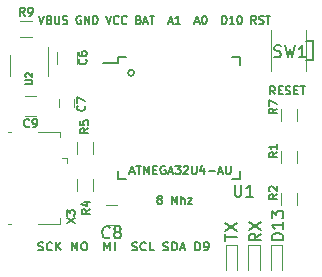
<source format=gbr>
G04 #@! TF.FileFunction,Legend,Top*
%FSLAX46Y46*%
G04 Gerber Fmt 4.6, Leading zero omitted, Abs format (unit mm)*
G04 Created by KiCad (PCBNEW 4.0.7) date 08/21/18 22:00:11*
%MOMM*%
%LPD*%
G01*
G04 APERTURE LIST*
%ADD10C,0.100000*%
%ADD11C,0.168750*%
%ADD12C,0.200000*%
%ADD13C,0.175000*%
%ADD14C,0.120000*%
%ADD15C,0.150000*%
G04 APERTURE END LIST*
D10*
D11*
X144971286Y-89151667D02*
X145196286Y-89851667D01*
X145421286Y-89151667D01*
X145871285Y-89485000D02*
X145967714Y-89518333D01*
X145999857Y-89551667D01*
X146032000Y-89618333D01*
X146032000Y-89718333D01*
X145999857Y-89785000D01*
X145967714Y-89818333D01*
X145903428Y-89851667D01*
X145646285Y-89851667D01*
X145646285Y-89151667D01*
X145871285Y-89151667D01*
X145935571Y-89185000D01*
X145967714Y-89218333D01*
X145999857Y-89285000D01*
X145999857Y-89351667D01*
X145967714Y-89418333D01*
X145935571Y-89451667D01*
X145871285Y-89485000D01*
X145646285Y-89485000D01*
X146321285Y-89151667D02*
X146321285Y-89718333D01*
X146353428Y-89785000D01*
X146385571Y-89818333D01*
X146449857Y-89851667D01*
X146578428Y-89851667D01*
X146642714Y-89818333D01*
X146674857Y-89785000D01*
X146707000Y-89718333D01*
X146707000Y-89151667D01*
X146996285Y-89818333D02*
X147092714Y-89851667D01*
X147253428Y-89851667D01*
X147317714Y-89818333D01*
X147349857Y-89785000D01*
X147382000Y-89718333D01*
X147382000Y-89651667D01*
X147349857Y-89585000D01*
X147317714Y-89551667D01*
X147253428Y-89518333D01*
X147124857Y-89485000D01*
X147060571Y-89451667D01*
X147028428Y-89418333D01*
X146996285Y-89351667D01*
X146996285Y-89285000D01*
X147028428Y-89218333D01*
X147060571Y-89185000D01*
X147124857Y-89151667D01*
X147285571Y-89151667D01*
X147382000Y-89185000D01*
X148539143Y-89185000D02*
X148474857Y-89151667D01*
X148378428Y-89151667D01*
X148282000Y-89185000D01*
X148217714Y-89251667D01*
X148185571Y-89318333D01*
X148153428Y-89451667D01*
X148153428Y-89551667D01*
X148185571Y-89685000D01*
X148217714Y-89751667D01*
X148282000Y-89818333D01*
X148378428Y-89851667D01*
X148442714Y-89851667D01*
X148539143Y-89818333D01*
X148571286Y-89785000D01*
X148571286Y-89551667D01*
X148442714Y-89551667D01*
X148860571Y-89851667D02*
X148860571Y-89151667D01*
X149246286Y-89851667D01*
X149246286Y-89151667D01*
X149567714Y-89851667D02*
X149567714Y-89151667D01*
X149728429Y-89151667D01*
X149824857Y-89185000D01*
X149889143Y-89251667D01*
X149921286Y-89318333D01*
X149953429Y-89451667D01*
X149953429Y-89551667D01*
X149921286Y-89685000D01*
X149889143Y-89751667D01*
X149824857Y-89818333D01*
X149728429Y-89851667D01*
X149567714Y-89851667D01*
X150660572Y-89151667D02*
X150885572Y-89851667D01*
X151110572Y-89151667D01*
X151721286Y-89785000D02*
X151689143Y-89818333D01*
X151592714Y-89851667D01*
X151528428Y-89851667D01*
X151432000Y-89818333D01*
X151367714Y-89751667D01*
X151335571Y-89685000D01*
X151303428Y-89551667D01*
X151303428Y-89451667D01*
X151335571Y-89318333D01*
X151367714Y-89251667D01*
X151432000Y-89185000D01*
X151528428Y-89151667D01*
X151592714Y-89151667D01*
X151689143Y-89185000D01*
X151721286Y-89218333D01*
X152396286Y-89785000D02*
X152364143Y-89818333D01*
X152267714Y-89851667D01*
X152203428Y-89851667D01*
X152107000Y-89818333D01*
X152042714Y-89751667D01*
X152010571Y-89685000D01*
X151978428Y-89551667D01*
X151978428Y-89451667D01*
X152010571Y-89318333D01*
X152042714Y-89251667D01*
X152107000Y-89185000D01*
X152203428Y-89151667D01*
X152267714Y-89151667D01*
X152364143Y-89185000D01*
X152396286Y-89218333D01*
X153424857Y-89485000D02*
X153521286Y-89518333D01*
X153553429Y-89551667D01*
X153585572Y-89618333D01*
X153585572Y-89718333D01*
X153553429Y-89785000D01*
X153521286Y-89818333D01*
X153457000Y-89851667D01*
X153199857Y-89851667D01*
X153199857Y-89151667D01*
X153424857Y-89151667D01*
X153489143Y-89185000D01*
X153521286Y-89218333D01*
X153553429Y-89285000D01*
X153553429Y-89351667D01*
X153521286Y-89418333D01*
X153489143Y-89451667D01*
X153424857Y-89485000D01*
X153199857Y-89485000D01*
X153842714Y-89651667D02*
X154164143Y-89651667D01*
X153778429Y-89851667D02*
X154003429Y-89151667D01*
X154228429Y-89851667D01*
X154357000Y-89151667D02*
X154742714Y-89151667D01*
X154549857Y-89851667D02*
X154549857Y-89151667D01*
X155964143Y-89651667D02*
X156285572Y-89651667D01*
X155899858Y-89851667D02*
X156124858Y-89151667D01*
X156349858Y-89851667D01*
X156928429Y-89851667D02*
X156542714Y-89851667D01*
X156735572Y-89851667D02*
X156735572Y-89151667D01*
X156671286Y-89251667D01*
X156607000Y-89318333D01*
X156542714Y-89351667D01*
X158214143Y-89651667D02*
X158535572Y-89651667D01*
X158149858Y-89851667D02*
X158374858Y-89151667D01*
X158599858Y-89851667D01*
X158953429Y-89151667D02*
X159017714Y-89151667D01*
X159082000Y-89185000D01*
X159114143Y-89218333D01*
X159146286Y-89285000D01*
X159178429Y-89418333D01*
X159178429Y-89585000D01*
X159146286Y-89718333D01*
X159114143Y-89785000D01*
X159082000Y-89818333D01*
X159017714Y-89851667D01*
X158953429Y-89851667D01*
X158889143Y-89818333D01*
X158857000Y-89785000D01*
X158824857Y-89718333D01*
X158792714Y-89585000D01*
X158792714Y-89418333D01*
X158824857Y-89285000D01*
X158857000Y-89218333D01*
X158889143Y-89185000D01*
X158953429Y-89151667D01*
X160496286Y-89851667D02*
X160496286Y-89151667D01*
X160657001Y-89151667D01*
X160753429Y-89185000D01*
X160817715Y-89251667D01*
X160849858Y-89318333D01*
X160882001Y-89451667D01*
X160882001Y-89551667D01*
X160849858Y-89685000D01*
X160817715Y-89751667D01*
X160753429Y-89818333D01*
X160657001Y-89851667D01*
X160496286Y-89851667D01*
X161524858Y-89851667D02*
X161139143Y-89851667D01*
X161332001Y-89851667D02*
X161332001Y-89151667D01*
X161267715Y-89251667D01*
X161203429Y-89318333D01*
X161139143Y-89351667D01*
X161942715Y-89151667D02*
X162007000Y-89151667D01*
X162071286Y-89185000D01*
X162103429Y-89218333D01*
X162135572Y-89285000D01*
X162167715Y-89418333D01*
X162167715Y-89585000D01*
X162135572Y-89718333D01*
X162103429Y-89785000D01*
X162071286Y-89818333D01*
X162007000Y-89851667D01*
X161942715Y-89851667D01*
X161878429Y-89818333D01*
X161846286Y-89785000D01*
X161814143Y-89718333D01*
X161782000Y-89585000D01*
X161782000Y-89418333D01*
X161814143Y-89285000D01*
X161846286Y-89218333D01*
X161878429Y-89185000D01*
X161942715Y-89151667D01*
X163357001Y-89851667D02*
X163132001Y-89518333D01*
X162971286Y-89851667D02*
X162971286Y-89151667D01*
X163228429Y-89151667D01*
X163292715Y-89185000D01*
X163324858Y-89218333D01*
X163357001Y-89285000D01*
X163357001Y-89385000D01*
X163324858Y-89451667D01*
X163292715Y-89485000D01*
X163228429Y-89518333D01*
X162971286Y-89518333D01*
X163614143Y-89818333D02*
X163710572Y-89851667D01*
X163871286Y-89851667D01*
X163935572Y-89818333D01*
X163967715Y-89785000D01*
X163999858Y-89718333D01*
X163999858Y-89651667D01*
X163967715Y-89585000D01*
X163935572Y-89551667D01*
X163871286Y-89518333D01*
X163742715Y-89485000D01*
X163678429Y-89451667D01*
X163646286Y-89418333D01*
X163614143Y-89351667D01*
X163614143Y-89285000D01*
X163646286Y-89218333D01*
X163678429Y-89185000D01*
X163742715Y-89151667D01*
X163903429Y-89151667D01*
X163999858Y-89185000D01*
X164192715Y-89151667D02*
X164578429Y-89151667D01*
X164385572Y-89851667D02*
X164385572Y-89151667D01*
D12*
X153035000Y-93980000D02*
G75*
G03X153035000Y-93980000I-254000J0D01*
G01*
D13*
X144922857Y-108995333D02*
X145030000Y-109028667D01*
X145208571Y-109028667D01*
X145280000Y-108995333D01*
X145315714Y-108962000D01*
X145351429Y-108895333D01*
X145351429Y-108828667D01*
X145315714Y-108762000D01*
X145280000Y-108728667D01*
X145208571Y-108695333D01*
X145065714Y-108662000D01*
X144994286Y-108628667D01*
X144958571Y-108595333D01*
X144922857Y-108528667D01*
X144922857Y-108462000D01*
X144958571Y-108395333D01*
X144994286Y-108362000D01*
X145065714Y-108328667D01*
X145244286Y-108328667D01*
X145351429Y-108362000D01*
X146101429Y-108962000D02*
X146065715Y-108995333D01*
X145958572Y-109028667D01*
X145887143Y-109028667D01*
X145780000Y-108995333D01*
X145708572Y-108928667D01*
X145672857Y-108862000D01*
X145637143Y-108728667D01*
X145637143Y-108628667D01*
X145672857Y-108495333D01*
X145708572Y-108428667D01*
X145780000Y-108362000D01*
X145887143Y-108328667D01*
X145958572Y-108328667D01*
X146065715Y-108362000D01*
X146101429Y-108395333D01*
X146422857Y-109028667D02*
X146422857Y-108328667D01*
X146851429Y-109028667D02*
X146530000Y-108628667D01*
X146851429Y-108328667D02*
X146422857Y-108728667D01*
X147744286Y-109028667D02*
X147744286Y-108328667D01*
X147994286Y-108828667D01*
X148244286Y-108328667D01*
X148244286Y-109028667D01*
X148744287Y-108328667D02*
X148887144Y-108328667D01*
X148958572Y-108362000D01*
X149030001Y-108428667D01*
X149065715Y-108562000D01*
X149065715Y-108795333D01*
X149030001Y-108928667D01*
X148958572Y-108995333D01*
X148887144Y-109028667D01*
X148744287Y-109028667D01*
X148672858Y-108995333D01*
X148601429Y-108928667D01*
X148565715Y-108795333D01*
X148565715Y-108562000D01*
X148601429Y-108428667D01*
X148672858Y-108362000D01*
X148744287Y-108328667D01*
X150530001Y-109028667D02*
X150530001Y-108328667D01*
X150780001Y-108828667D01*
X151030001Y-108328667D01*
X151030001Y-109028667D01*
X151387144Y-109028667D02*
X151387144Y-108328667D01*
X152851431Y-108995333D02*
X152958574Y-109028667D01*
X153137145Y-109028667D01*
X153208574Y-108995333D01*
X153244288Y-108962000D01*
X153280003Y-108895333D01*
X153280003Y-108828667D01*
X153244288Y-108762000D01*
X153208574Y-108728667D01*
X153137145Y-108695333D01*
X152994288Y-108662000D01*
X152922860Y-108628667D01*
X152887145Y-108595333D01*
X152851431Y-108528667D01*
X152851431Y-108462000D01*
X152887145Y-108395333D01*
X152922860Y-108362000D01*
X152994288Y-108328667D01*
X153172860Y-108328667D01*
X153280003Y-108362000D01*
X154030003Y-108962000D02*
X153994289Y-108995333D01*
X153887146Y-109028667D01*
X153815717Y-109028667D01*
X153708574Y-108995333D01*
X153637146Y-108928667D01*
X153601431Y-108862000D01*
X153565717Y-108728667D01*
X153565717Y-108628667D01*
X153601431Y-108495333D01*
X153637146Y-108428667D01*
X153708574Y-108362000D01*
X153815717Y-108328667D01*
X153887146Y-108328667D01*
X153994289Y-108362000D01*
X154030003Y-108395333D01*
X154708574Y-109028667D02*
X154351431Y-109028667D01*
X154351431Y-108328667D01*
X155494289Y-108995333D02*
X155601432Y-109028667D01*
X155780003Y-109028667D01*
X155851432Y-108995333D01*
X155887146Y-108962000D01*
X155922861Y-108895333D01*
X155922861Y-108828667D01*
X155887146Y-108762000D01*
X155851432Y-108728667D01*
X155780003Y-108695333D01*
X155637146Y-108662000D01*
X155565718Y-108628667D01*
X155530003Y-108595333D01*
X155494289Y-108528667D01*
X155494289Y-108462000D01*
X155530003Y-108395333D01*
X155565718Y-108362000D01*
X155637146Y-108328667D01*
X155815718Y-108328667D01*
X155922861Y-108362000D01*
X156244289Y-109028667D02*
X156244289Y-108328667D01*
X156422861Y-108328667D01*
X156530004Y-108362000D01*
X156601432Y-108428667D01*
X156637147Y-108495333D01*
X156672861Y-108628667D01*
X156672861Y-108728667D01*
X156637147Y-108862000D01*
X156601432Y-108928667D01*
X156530004Y-108995333D01*
X156422861Y-109028667D01*
X156244289Y-109028667D01*
X156958575Y-108828667D02*
X157315718Y-108828667D01*
X156887147Y-109028667D02*
X157137147Y-108328667D01*
X157387147Y-109028667D01*
X158208575Y-109028667D02*
X158208575Y-108328667D01*
X158387147Y-108328667D01*
X158494290Y-108362000D01*
X158565718Y-108428667D01*
X158601433Y-108495333D01*
X158637147Y-108628667D01*
X158637147Y-108728667D01*
X158601433Y-108862000D01*
X158565718Y-108928667D01*
X158494290Y-108995333D01*
X158387147Y-109028667D01*
X158208575Y-109028667D01*
X158994290Y-109028667D02*
X159137147Y-109028667D01*
X159208575Y-108995333D01*
X159244290Y-108962000D01*
X159315718Y-108862000D01*
X159351433Y-108728667D01*
X159351433Y-108462000D01*
X159315718Y-108395333D01*
X159280004Y-108362000D01*
X159208575Y-108328667D01*
X159065718Y-108328667D01*
X158994290Y-108362000D01*
X158958575Y-108395333D01*
X158922861Y-108462000D01*
X158922861Y-108628667D01*
X158958575Y-108695333D01*
X158994290Y-108728667D01*
X159065718Y-108762000D01*
X159208575Y-108762000D01*
X159280004Y-108728667D01*
X159315718Y-108695333D01*
X159351433Y-108628667D01*
D14*
X161790000Y-108555000D02*
X160790000Y-108555000D01*
X160790000Y-108555000D02*
X160790000Y-110655000D01*
X161790000Y-108555000D02*
X161790000Y-110655000D01*
D15*
X168216000Y-91275000D02*
X167616000Y-91275000D01*
X168216000Y-92875000D02*
X167616000Y-92875000D01*
X168216000Y-92925000D02*
X168216000Y-91225000D01*
D14*
X167566000Y-90325000D02*
X167566000Y-93825000D01*
X164666000Y-90325000D02*
X164666000Y-93825000D01*
X148170000Y-93210000D02*
X148170000Y-92210000D01*
X146470000Y-92210000D02*
X146470000Y-93210000D01*
X147920000Y-96170000D02*
X147920000Y-96870000D01*
X146720000Y-96870000D02*
X146720000Y-96170000D01*
X150630000Y-106895000D02*
X151630000Y-106895000D01*
X151630000Y-105195000D02*
X150630000Y-105195000D01*
X143772000Y-97624000D02*
X144772000Y-97624000D01*
X144772000Y-95924000D02*
X143772000Y-95924000D01*
X163695000Y-108555000D02*
X162695000Y-108555000D01*
X162695000Y-108555000D02*
X162695000Y-110655000D01*
X163695000Y-108555000D02*
X163695000Y-110655000D01*
X165600000Y-108555000D02*
X164600000Y-108555000D01*
X164600000Y-108555000D02*
X164600000Y-110655000D01*
X165600000Y-108555000D02*
X165600000Y-110655000D01*
X165436000Y-101592000D02*
X165436000Y-100592000D01*
X166796000Y-100592000D02*
X166796000Y-101592000D01*
X165436000Y-105148000D02*
X165436000Y-104148000D01*
X166796000Y-104148000D02*
X166796000Y-105148000D01*
X148164000Y-104005000D02*
X148164000Y-103005000D01*
X149524000Y-103005000D02*
X149524000Y-104005000D01*
X148164000Y-100830000D02*
X148164000Y-99830000D01*
X149524000Y-99830000D02*
X149524000Y-100830000D01*
X166796000Y-97036000D02*
X166796000Y-98036000D01*
X165436000Y-98036000D02*
X165436000Y-97036000D01*
X144391000Y-90977000D02*
X143391000Y-90977000D01*
X143391000Y-89617000D02*
X144391000Y-89617000D01*
D15*
X151670000Y-92615000D02*
X151670000Y-93190000D01*
X162020000Y-92615000D02*
X162020000Y-93290000D01*
X162020000Y-102965000D02*
X162020000Y-102290000D01*
X151670000Y-102965000D02*
X151670000Y-102290000D01*
X151670000Y-92615000D02*
X152345000Y-92615000D01*
X151670000Y-102965000D02*
X152345000Y-102965000D01*
X162020000Y-102965000D02*
X161345000Y-102965000D01*
X162020000Y-92615000D02*
X161345000Y-92615000D01*
X151670000Y-93190000D02*
X150395000Y-93190000D01*
D14*
X142535000Y-92445000D02*
X142535000Y-94245000D01*
X145755000Y-94245000D02*
X145755000Y-91795000D01*
X146795000Y-98970000D02*
X146795000Y-99420000D01*
X144945000Y-98970000D02*
X146795000Y-98970000D01*
X142395000Y-106770000D02*
X142645000Y-106770000D01*
X142395000Y-98970000D02*
X142645000Y-98970000D01*
X144945000Y-106770000D02*
X146795000Y-106770000D01*
X146795000Y-106770000D02*
X146795000Y-106320000D01*
X147345000Y-101170000D02*
X147345000Y-101620000D01*
X147345000Y-101170000D02*
X146895000Y-101170000D01*
D15*
X160742381Y-108203905D02*
X160742381Y-107632476D01*
X161742381Y-107918191D02*
X160742381Y-107918191D01*
X160742381Y-107394381D02*
X161742381Y-106727714D01*
X160742381Y-106727714D02*
X161742381Y-107394381D01*
X155130667Y-104691667D02*
X155064000Y-104658333D01*
X155030667Y-104625000D01*
X154997333Y-104558333D01*
X154997333Y-104525000D01*
X155030667Y-104458333D01*
X155064000Y-104425000D01*
X155130667Y-104391667D01*
X155264000Y-104391667D01*
X155330667Y-104425000D01*
X155364000Y-104458333D01*
X155397333Y-104525000D01*
X155397333Y-104558333D01*
X155364000Y-104625000D01*
X155330667Y-104658333D01*
X155264000Y-104691667D01*
X155130667Y-104691667D01*
X155064000Y-104725000D01*
X155030667Y-104758333D01*
X154997333Y-104825000D01*
X154997333Y-104958333D01*
X155030667Y-105025000D01*
X155064000Y-105058333D01*
X155130667Y-105091667D01*
X155264000Y-105091667D01*
X155330667Y-105058333D01*
X155364000Y-105025000D01*
X155397333Y-104958333D01*
X155397333Y-104825000D01*
X155364000Y-104758333D01*
X155330667Y-104725000D01*
X155264000Y-104691667D01*
X156230667Y-105091667D02*
X156230667Y-104391667D01*
X156464000Y-104891667D01*
X156697333Y-104391667D01*
X156697333Y-105091667D01*
X157030667Y-105091667D02*
X157030667Y-104391667D01*
X157330667Y-105091667D02*
X157330667Y-104725000D01*
X157297333Y-104658333D01*
X157230667Y-104625000D01*
X157130667Y-104625000D01*
X157064000Y-104658333D01*
X157030667Y-104691667D01*
X157597333Y-104625000D02*
X157964000Y-104625000D01*
X157597333Y-105091667D01*
X157964000Y-105091667D01*
X164909667Y-92606762D02*
X165052524Y-92654381D01*
X165290620Y-92654381D01*
X165385858Y-92606762D01*
X165433477Y-92559143D01*
X165481096Y-92463905D01*
X165481096Y-92368667D01*
X165433477Y-92273429D01*
X165385858Y-92225810D01*
X165290620Y-92178190D01*
X165100143Y-92130571D01*
X165004905Y-92082952D01*
X164957286Y-92035333D01*
X164909667Y-91940095D01*
X164909667Y-91844857D01*
X164957286Y-91749619D01*
X165004905Y-91702000D01*
X165100143Y-91654381D01*
X165338239Y-91654381D01*
X165481096Y-91702000D01*
X165814429Y-91654381D02*
X166052524Y-92654381D01*
X166243001Y-91940095D01*
X166433477Y-92654381D01*
X166671572Y-91654381D01*
X167576334Y-92654381D02*
X167004905Y-92654381D01*
X167290619Y-92654381D02*
X167290619Y-91654381D01*
X167195381Y-91797238D01*
X167100143Y-91892476D01*
X167004905Y-91940095D01*
X164972334Y-95820667D02*
X164739000Y-95487333D01*
X164572334Y-95820667D02*
X164572334Y-95120667D01*
X164839000Y-95120667D01*
X164905667Y-95154000D01*
X164939000Y-95187333D01*
X164972334Y-95254000D01*
X164972334Y-95354000D01*
X164939000Y-95420667D01*
X164905667Y-95454000D01*
X164839000Y-95487333D01*
X164572334Y-95487333D01*
X165272334Y-95454000D02*
X165505667Y-95454000D01*
X165605667Y-95820667D02*
X165272334Y-95820667D01*
X165272334Y-95120667D01*
X165605667Y-95120667D01*
X165872333Y-95787333D02*
X165972333Y-95820667D01*
X166139000Y-95820667D01*
X166205667Y-95787333D01*
X166239000Y-95754000D01*
X166272333Y-95687333D01*
X166272333Y-95620667D01*
X166239000Y-95554000D01*
X166205667Y-95520667D01*
X166139000Y-95487333D01*
X166005667Y-95454000D01*
X165939000Y-95420667D01*
X165905667Y-95387333D01*
X165872333Y-95320667D01*
X165872333Y-95254000D01*
X165905667Y-95187333D01*
X165939000Y-95154000D01*
X166005667Y-95120667D01*
X166172333Y-95120667D01*
X166272333Y-95154000D01*
X166572334Y-95454000D02*
X166805667Y-95454000D01*
X166905667Y-95820667D02*
X166572334Y-95820667D01*
X166572334Y-95120667D01*
X166905667Y-95120667D01*
X167105667Y-95120667D02*
X167505667Y-95120667D01*
X167305667Y-95820667D02*
X167305667Y-95120667D01*
X148967000Y-92826666D02*
X149000333Y-92860000D01*
X149033667Y-92960000D01*
X149033667Y-93026666D01*
X149000333Y-93126666D01*
X148933667Y-93193333D01*
X148867000Y-93226666D01*
X148733667Y-93260000D01*
X148633667Y-93260000D01*
X148500333Y-93226666D01*
X148433667Y-93193333D01*
X148367000Y-93126666D01*
X148333667Y-93026666D01*
X148333667Y-92960000D01*
X148367000Y-92860000D01*
X148400333Y-92826666D01*
X148333667Y-92226666D02*
X148333667Y-92360000D01*
X148367000Y-92426666D01*
X148400333Y-92460000D01*
X148500333Y-92526666D01*
X148633667Y-92560000D01*
X148900333Y-92560000D01*
X148967000Y-92526666D01*
X149000333Y-92493333D01*
X149033667Y-92426666D01*
X149033667Y-92293333D01*
X149000333Y-92226666D01*
X148967000Y-92193333D01*
X148900333Y-92160000D01*
X148733667Y-92160000D01*
X148667000Y-92193333D01*
X148633667Y-92226666D01*
X148600333Y-92293333D01*
X148600333Y-92426666D01*
X148633667Y-92493333D01*
X148667000Y-92526666D01*
X148733667Y-92560000D01*
X148840000Y-96763666D02*
X148873333Y-96797000D01*
X148906667Y-96897000D01*
X148906667Y-96963666D01*
X148873333Y-97063666D01*
X148806667Y-97130333D01*
X148740000Y-97163666D01*
X148606667Y-97197000D01*
X148506667Y-97197000D01*
X148373333Y-97163666D01*
X148306667Y-97130333D01*
X148240000Y-97063666D01*
X148206667Y-96963666D01*
X148206667Y-96897000D01*
X148240000Y-96797000D01*
X148273333Y-96763666D01*
X148206667Y-96530333D02*
X148206667Y-96063666D01*
X148906667Y-96363666D01*
X150963334Y-107902143D02*
X150915715Y-107949762D01*
X150772858Y-107997381D01*
X150677620Y-107997381D01*
X150534762Y-107949762D01*
X150439524Y-107854524D01*
X150391905Y-107759286D01*
X150344286Y-107568810D01*
X150344286Y-107425952D01*
X150391905Y-107235476D01*
X150439524Y-107140238D01*
X150534762Y-107045000D01*
X150677620Y-106997381D01*
X150772858Y-106997381D01*
X150915715Y-107045000D01*
X150963334Y-107092619D01*
X151534762Y-107425952D02*
X151439524Y-107378333D01*
X151391905Y-107330714D01*
X151344286Y-107235476D01*
X151344286Y-107187857D01*
X151391905Y-107092619D01*
X151439524Y-107045000D01*
X151534762Y-106997381D01*
X151725239Y-106997381D01*
X151820477Y-107045000D01*
X151868096Y-107092619D01*
X151915715Y-107187857D01*
X151915715Y-107235476D01*
X151868096Y-107330714D01*
X151820477Y-107378333D01*
X151725239Y-107425952D01*
X151534762Y-107425952D01*
X151439524Y-107473571D01*
X151391905Y-107521190D01*
X151344286Y-107616429D01*
X151344286Y-107806905D01*
X151391905Y-107902143D01*
X151439524Y-107949762D01*
X151534762Y-107997381D01*
X151725239Y-107997381D01*
X151820477Y-107949762D01*
X151868096Y-107902143D01*
X151915715Y-107806905D01*
X151915715Y-107616429D01*
X151868096Y-107521190D01*
X151820477Y-107473571D01*
X151725239Y-107425952D01*
X144155334Y-98524000D02*
X144122000Y-98557333D01*
X144022000Y-98590667D01*
X143955334Y-98590667D01*
X143855334Y-98557333D01*
X143788667Y-98490667D01*
X143755334Y-98424000D01*
X143722000Y-98290667D01*
X143722000Y-98190667D01*
X143755334Y-98057333D01*
X143788667Y-97990667D01*
X143855334Y-97924000D01*
X143955334Y-97890667D01*
X144022000Y-97890667D01*
X144122000Y-97924000D01*
X144155334Y-97957333D01*
X144488667Y-98590667D02*
X144622000Y-98590667D01*
X144688667Y-98557333D01*
X144722000Y-98524000D01*
X144788667Y-98424000D01*
X144822000Y-98290667D01*
X144822000Y-98024000D01*
X144788667Y-97957333D01*
X144755334Y-97924000D01*
X144688667Y-97890667D01*
X144555334Y-97890667D01*
X144488667Y-97924000D01*
X144455334Y-97957333D01*
X144422000Y-98024000D01*
X144422000Y-98190667D01*
X144455334Y-98257333D01*
X144488667Y-98290667D01*
X144555334Y-98324000D01*
X144688667Y-98324000D01*
X144755334Y-98290667D01*
X144788667Y-98257333D01*
X144822000Y-98190667D01*
X163774381Y-107608666D02*
X163298190Y-107942000D01*
X163774381Y-108180095D02*
X162774381Y-108180095D01*
X162774381Y-107799142D01*
X162822000Y-107703904D01*
X162869619Y-107656285D01*
X162964857Y-107608666D01*
X163107714Y-107608666D01*
X163202952Y-107656285D01*
X163250571Y-107703904D01*
X163298190Y-107799142D01*
X163298190Y-108180095D01*
X162774381Y-107275333D02*
X163774381Y-106608666D01*
X162774381Y-106608666D02*
X163774381Y-107275333D01*
X165679381Y-108148286D02*
X164679381Y-108148286D01*
X164679381Y-107910191D01*
X164727000Y-107767333D01*
X164822238Y-107672095D01*
X164917476Y-107624476D01*
X165107952Y-107576857D01*
X165250810Y-107576857D01*
X165441286Y-107624476D01*
X165536524Y-107672095D01*
X165631762Y-107767333D01*
X165679381Y-107910191D01*
X165679381Y-108148286D01*
X165679381Y-106624476D02*
X165679381Y-107195905D01*
X165679381Y-106910191D02*
X164679381Y-106910191D01*
X164822238Y-107005429D01*
X164917476Y-107100667D01*
X164965095Y-107195905D01*
X164679381Y-106291143D02*
X164679381Y-105672095D01*
X165060333Y-106005429D01*
X165060333Y-105862571D01*
X165107952Y-105767333D01*
X165155571Y-105719714D01*
X165250810Y-105672095D01*
X165488905Y-105672095D01*
X165584143Y-105719714D01*
X165631762Y-105767333D01*
X165679381Y-105862571D01*
X165679381Y-106148286D01*
X165631762Y-106243524D01*
X165584143Y-106291143D01*
X165162667Y-100700666D02*
X164829333Y-100934000D01*
X165162667Y-101100666D02*
X164462667Y-101100666D01*
X164462667Y-100834000D01*
X164496000Y-100767333D01*
X164529333Y-100734000D01*
X164596000Y-100700666D01*
X164696000Y-100700666D01*
X164762667Y-100734000D01*
X164796000Y-100767333D01*
X164829333Y-100834000D01*
X164829333Y-101100666D01*
X165162667Y-100034000D02*
X165162667Y-100434000D01*
X165162667Y-100234000D02*
X164462667Y-100234000D01*
X164562667Y-100300666D01*
X164629333Y-100367333D01*
X164662667Y-100434000D01*
X165162667Y-104256666D02*
X164829333Y-104490000D01*
X165162667Y-104656666D02*
X164462667Y-104656666D01*
X164462667Y-104390000D01*
X164496000Y-104323333D01*
X164529333Y-104290000D01*
X164596000Y-104256666D01*
X164696000Y-104256666D01*
X164762667Y-104290000D01*
X164796000Y-104323333D01*
X164829333Y-104390000D01*
X164829333Y-104656666D01*
X164529333Y-103990000D02*
X164496000Y-103956666D01*
X164462667Y-103890000D01*
X164462667Y-103723333D01*
X164496000Y-103656666D01*
X164529333Y-103623333D01*
X164596000Y-103590000D01*
X164662667Y-103590000D01*
X164762667Y-103623333D01*
X165162667Y-104023333D01*
X165162667Y-103590000D01*
X149287667Y-105526666D02*
X148954333Y-105760000D01*
X149287667Y-105926666D02*
X148587667Y-105926666D01*
X148587667Y-105660000D01*
X148621000Y-105593333D01*
X148654333Y-105560000D01*
X148721000Y-105526666D01*
X148821000Y-105526666D01*
X148887667Y-105560000D01*
X148921000Y-105593333D01*
X148954333Y-105660000D01*
X148954333Y-105926666D01*
X148821000Y-104926666D02*
X149287667Y-104926666D01*
X148554333Y-105093333D02*
X149054333Y-105260000D01*
X149054333Y-104826666D01*
X149160667Y-98668666D02*
X148827333Y-98902000D01*
X149160667Y-99068666D02*
X148460667Y-99068666D01*
X148460667Y-98802000D01*
X148494000Y-98735333D01*
X148527333Y-98702000D01*
X148594000Y-98668666D01*
X148694000Y-98668666D01*
X148760667Y-98702000D01*
X148794000Y-98735333D01*
X148827333Y-98802000D01*
X148827333Y-99068666D01*
X148460667Y-98035333D02*
X148460667Y-98368666D01*
X148794000Y-98402000D01*
X148760667Y-98368666D01*
X148727333Y-98302000D01*
X148727333Y-98135333D01*
X148760667Y-98068666D01*
X148794000Y-98035333D01*
X148860667Y-98002000D01*
X149027333Y-98002000D01*
X149094000Y-98035333D01*
X149127333Y-98068666D01*
X149160667Y-98135333D01*
X149160667Y-98302000D01*
X149127333Y-98368666D01*
X149094000Y-98402000D01*
X165162667Y-97017666D02*
X164829333Y-97251000D01*
X165162667Y-97417666D02*
X164462667Y-97417666D01*
X164462667Y-97151000D01*
X164496000Y-97084333D01*
X164529333Y-97051000D01*
X164596000Y-97017666D01*
X164696000Y-97017666D01*
X164762667Y-97051000D01*
X164796000Y-97084333D01*
X164829333Y-97151000D01*
X164829333Y-97417666D01*
X164462667Y-96784333D02*
X164462667Y-96317666D01*
X165162667Y-96617666D01*
X143774334Y-89163667D02*
X143541000Y-88830333D01*
X143374334Y-89163667D02*
X143374334Y-88463667D01*
X143641000Y-88463667D01*
X143707667Y-88497000D01*
X143741000Y-88530333D01*
X143774334Y-88597000D01*
X143774334Y-88697000D01*
X143741000Y-88763667D01*
X143707667Y-88797000D01*
X143641000Y-88830333D01*
X143374334Y-88830333D01*
X144107667Y-89163667D02*
X144241000Y-89163667D01*
X144307667Y-89130333D01*
X144341000Y-89097000D01*
X144407667Y-88997000D01*
X144441000Y-88863667D01*
X144441000Y-88597000D01*
X144407667Y-88530333D01*
X144374334Y-88497000D01*
X144307667Y-88463667D01*
X144174334Y-88463667D01*
X144107667Y-88497000D01*
X144074334Y-88530333D01*
X144041000Y-88597000D01*
X144041000Y-88763667D01*
X144074334Y-88830333D01*
X144107667Y-88863667D01*
X144174334Y-88897000D01*
X144307667Y-88897000D01*
X144374334Y-88863667D01*
X144407667Y-88830333D01*
X144441000Y-88763667D01*
X161544095Y-103465381D02*
X161544095Y-104274905D01*
X161591714Y-104370143D01*
X161639333Y-104417762D01*
X161734571Y-104465381D01*
X161925048Y-104465381D01*
X162020286Y-104417762D01*
X162067905Y-104370143D01*
X162115524Y-104274905D01*
X162115524Y-103465381D01*
X163115524Y-104465381D02*
X162544095Y-104465381D01*
X162829809Y-104465381D02*
X162829809Y-103465381D01*
X162734571Y-103608238D01*
X162639333Y-103703476D01*
X162544095Y-103751095D01*
X152705333Y-102351667D02*
X153038667Y-102351667D01*
X152638667Y-102551667D02*
X152872000Y-101851667D01*
X153105333Y-102551667D01*
X153238667Y-101851667D02*
X153638667Y-101851667D01*
X153438667Y-102551667D02*
X153438667Y-101851667D01*
X153872000Y-102551667D02*
X153872000Y-101851667D01*
X154105333Y-102351667D01*
X154338666Y-101851667D01*
X154338666Y-102551667D01*
X154672000Y-102185000D02*
X154905333Y-102185000D01*
X155005333Y-102551667D02*
X154672000Y-102551667D01*
X154672000Y-101851667D01*
X155005333Y-101851667D01*
X155671999Y-101885000D02*
X155605333Y-101851667D01*
X155505333Y-101851667D01*
X155405333Y-101885000D01*
X155338666Y-101951667D01*
X155305333Y-102018333D01*
X155271999Y-102151667D01*
X155271999Y-102251667D01*
X155305333Y-102385000D01*
X155338666Y-102451667D01*
X155405333Y-102518333D01*
X155505333Y-102551667D01*
X155571999Y-102551667D01*
X155671999Y-102518333D01*
X155705333Y-102485000D01*
X155705333Y-102251667D01*
X155571999Y-102251667D01*
X155971999Y-102351667D02*
X156305333Y-102351667D01*
X155905333Y-102551667D02*
X156138666Y-101851667D01*
X156371999Y-102551667D01*
X156538666Y-101851667D02*
X156971999Y-101851667D01*
X156738666Y-102118333D01*
X156838666Y-102118333D01*
X156905333Y-102151667D01*
X156938666Y-102185000D01*
X156971999Y-102251667D01*
X156971999Y-102418333D01*
X156938666Y-102485000D01*
X156905333Y-102518333D01*
X156838666Y-102551667D01*
X156638666Y-102551667D01*
X156571999Y-102518333D01*
X156538666Y-102485000D01*
X157238666Y-101918333D02*
X157272000Y-101885000D01*
X157338666Y-101851667D01*
X157505333Y-101851667D01*
X157572000Y-101885000D01*
X157605333Y-101918333D01*
X157638666Y-101985000D01*
X157638666Y-102051667D01*
X157605333Y-102151667D01*
X157205333Y-102551667D01*
X157638666Y-102551667D01*
X157938667Y-101851667D02*
X157938667Y-102418333D01*
X157972000Y-102485000D01*
X158005333Y-102518333D01*
X158072000Y-102551667D01*
X158205333Y-102551667D01*
X158272000Y-102518333D01*
X158305333Y-102485000D01*
X158338667Y-102418333D01*
X158338667Y-101851667D01*
X158972000Y-102085000D02*
X158972000Y-102551667D01*
X158805333Y-101818333D02*
X158638666Y-102318333D01*
X159072000Y-102318333D01*
X159338667Y-102285000D02*
X159872000Y-102285000D01*
X160172000Y-102351667D02*
X160505334Y-102351667D01*
X160105334Y-102551667D02*
X160338667Y-101851667D01*
X160572000Y-102551667D01*
X160805334Y-101851667D02*
X160805334Y-102418333D01*
X160838667Y-102485000D01*
X160872000Y-102518333D01*
X160938667Y-102551667D01*
X161072000Y-102551667D01*
X161138667Y-102518333D01*
X161172000Y-102485000D01*
X161205334Y-102418333D01*
X161205334Y-101851667D01*
X143816429Y-94945143D02*
X144302143Y-94945143D01*
X144359286Y-94916571D01*
X144387857Y-94888000D01*
X144416429Y-94830857D01*
X144416429Y-94716571D01*
X144387857Y-94659429D01*
X144359286Y-94630857D01*
X144302143Y-94602286D01*
X143816429Y-94602286D01*
X143873571Y-94345143D02*
X143845000Y-94316572D01*
X143816429Y-94259429D01*
X143816429Y-94116572D01*
X143845000Y-94059429D01*
X143873571Y-94030858D01*
X143930714Y-94002286D01*
X143987857Y-94002286D01*
X144073571Y-94030858D01*
X144416429Y-94373715D01*
X144416429Y-94002286D01*
X147317667Y-106738667D02*
X148017667Y-106272000D01*
X147317667Y-106272000D02*
X148017667Y-106738667D01*
X147317667Y-106072000D02*
X147317667Y-105638667D01*
X147584333Y-105872000D01*
X147584333Y-105772000D01*
X147617667Y-105705333D01*
X147651000Y-105672000D01*
X147717667Y-105638667D01*
X147884333Y-105638667D01*
X147951000Y-105672000D01*
X147984333Y-105705333D01*
X148017667Y-105772000D01*
X148017667Y-105972000D01*
X147984333Y-106038667D01*
X147951000Y-106072000D01*
M02*

</source>
